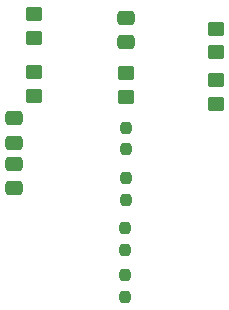
<source format=gbr>
%TF.GenerationSoftware,KiCad,Pcbnew,8.0.9-8.0.9-0~ubuntu22.04.1*%
%TF.CreationDate,2025-02-27T10:47:56+01:00*%
%TF.ProjectId,HB_Stamp_IO_EXT_LEDs_Buttons_FUEL4EP,48425f53-7461-46d7-905f-494f5f455854,1.5*%
%TF.SameCoordinates,Original*%
%TF.FileFunction,Paste,Top*%
%TF.FilePolarity,Positive*%
%FSLAX46Y46*%
G04 Gerber Fmt 4.6, Leading zero omitted, Abs format (unit mm)*
G04 Created by KiCad (PCBNEW 8.0.9-8.0.9-0~ubuntu22.04.1) date 2025-02-27 10:47:56*
%MOMM*%
%LPD*%
G01*
G04 APERTURE LIST*
G04 Aperture macros list*
%AMRoundRect*
0 Rectangle with rounded corners*
0 $1 Rounding radius*
0 $2 $3 $4 $5 $6 $7 $8 $9 X,Y pos of 4 corners*
0 Add a 4 corners polygon primitive as box body*
4,1,4,$2,$3,$4,$5,$6,$7,$8,$9,$2,$3,0*
0 Add four circle primitives for the rounded corners*
1,1,$1+$1,$2,$3*
1,1,$1+$1,$4,$5*
1,1,$1+$1,$6,$7*
1,1,$1+$1,$8,$9*
0 Add four rect primitives between the rounded corners*
20,1,$1+$1,$2,$3,$4,$5,0*
20,1,$1+$1,$4,$5,$6,$7,0*
20,1,$1+$1,$6,$7,$8,$9,0*
20,1,$1+$1,$8,$9,$2,$3,0*%
G04 Aperture macros list end*
%ADD10RoundRect,0.250000X-0.450000X0.350000X-0.450000X-0.350000X0.450000X-0.350000X0.450000X0.350000X0*%
%ADD11RoundRect,0.237500X-0.237500X0.250000X-0.237500X-0.250000X0.237500X-0.250000X0.237500X0.250000X0*%
%ADD12RoundRect,0.237500X0.237500X-0.250000X0.237500X0.250000X-0.237500X0.250000X-0.237500X-0.250000X0*%
%ADD13RoundRect,0.250000X-0.475000X0.337500X-0.475000X-0.337500X0.475000X-0.337500X0.475000X0.337500X0*%
%ADD14RoundRect,0.250000X0.475000X-0.337500X0.475000X0.337500X-0.475000X0.337500X-0.475000X-0.337500X0*%
G04 APERTURE END LIST*
D10*
%TO.C,R2*%
X18669000Y23987000D03*
X18669000Y21987000D03*
%TD*%
D11*
%TO.C,R7*%
X11000000Y3112500D03*
X11000000Y1287500D03*
%TD*%
D10*
%TO.C,R9*%
X11100000Y20200000D03*
X11100000Y18200000D03*
%TD*%
D11*
%TO.C,R6*%
X11049000Y11325000D03*
X11049000Y9500000D03*
%TD*%
D10*
%TO.C,R4*%
X18669000Y19653000D03*
X18669000Y17653000D03*
%TD*%
D12*
%TO.C,R8*%
X11000000Y5287500D03*
X11000000Y7112500D03*
%TD*%
D10*
%TO.C,R1*%
X3300000Y25200000D03*
X3300000Y23200000D03*
%TD*%
D13*
%TO.C,C2*%
X1600000Y16400000D03*
X1600000Y14325000D03*
%TD*%
D14*
%TO.C,C3*%
X1600000Y10500000D03*
X1600000Y12575000D03*
%TD*%
D12*
%TO.C,R5*%
X11049000Y13800000D03*
X11049000Y15625000D03*
%TD*%
D10*
%TO.C,R3*%
X3300000Y20300000D03*
X3300000Y18300000D03*
%TD*%
D14*
%TO.C,C1*%
X11100000Y22862500D03*
X11100000Y24937500D03*
%TD*%
M02*

</source>
